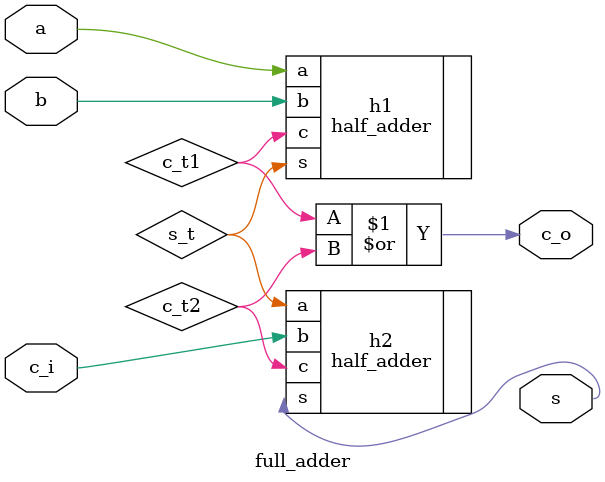
<source format=v>
`timescale 1ns / 1ps


module full_adder(
    a, b, c_i, c_o, s
    );
    input a, b, c_i;
    output c_o, s;
    wire c_t1, c_t2, s_t;
    half_adder  h1(.a(a), .b(b), .s(s_t), .c(c_t1)),
                h2(.a(s_t), .b(c_i), .s(s), .c(c_t2));
    or (c_o, c_t1, c_t2);
endmodule

</source>
